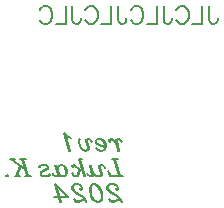
<source format=gbo>
%FSLAX46Y46*%
%MOMM*%
%ADD10C,0.150000*%
G01*
%LPD*%
G01*
%LPD*%
D10*
X37571428Y38642856D02*
X37571428Y39785716D01*
D10*
X37642856Y38428572D02*
X37571428Y38642856D01*
D10*
X37714284Y38357144D02*
X37642856Y38428572D01*
D10*
X37857144Y38285716D02*
X37714284Y38357144D01*
D10*
X38000000Y38285716D02*
X37857144Y38285716D01*
D10*
X38142856Y38357144D02*
X38000000Y38285716D01*
D10*
X38214284Y38428572D02*
X38142856Y38357144D01*
D10*
X38285712Y38642856D02*
X38214284Y38428572D01*
D10*
X38285712Y38785716D02*
X38285712Y38642856D01*
D10*
X37000000Y38285716D02*
X37000000Y39785716D01*
D10*
X36142856Y38285716D02*
X37000000Y38285716D01*
D10*
X34857144Y39571428D02*
X34785712Y39428572D01*
D10*
X35000000Y39714284D02*
X34857144Y39571428D01*
D10*
X35142856Y39785716D02*
X35000000Y39714284D01*
D10*
X35428572Y39785716D02*
X35142856Y39785716D01*
D10*
X35571428Y39714284D02*
X35428572Y39785716D01*
D10*
X35714288Y39571428D02*
X35571428Y39714284D01*
D10*
X35785712Y39428572D02*
X35714288Y39571428D01*
D10*
X35857144Y39214284D02*
X35785712Y39428572D01*
D10*
X35857144Y38857144D02*
X35857144Y39214284D01*
D10*
X35785712Y38642856D02*
X35857144Y38857144D01*
D10*
X35714288Y38500000D02*
X35785712Y38642856D01*
D10*
X35571428Y38357144D02*
X35714288Y38500000D01*
D10*
X35428572Y38285716D02*
X35571428Y38357144D01*
D10*
X35142856Y38285716D02*
X35428572Y38285716D01*
D10*
X35000000Y38357144D02*
X35142856Y38285716D01*
D10*
X34857144Y38500000D02*
X35000000Y38357144D01*
D10*
X34785712Y38642856D02*
X34857144Y38500000D01*
D10*
X33714288Y38642856D02*
X33714288Y39785716D01*
D10*
X33785712Y38428572D02*
X33714288Y38642856D01*
D10*
X33857144Y38357144D02*
X33785712Y38428572D01*
D10*
X34000000Y38285716D02*
X33857144Y38357144D01*
D10*
X34142856Y38285716D02*
X34000000Y38285716D01*
D10*
X34285712Y38357144D02*
X34142856Y38285716D01*
D10*
X34357144Y38428572D02*
X34285712Y38357144D01*
D10*
X34428572Y38642856D02*
X34357144Y38428572D01*
D10*
X34428572Y38785716D02*
X34428572Y38642856D01*
D10*
X33142856Y38285716D02*
X33142856Y39785716D01*
D10*
X32285714Y38285716D02*
X33142856Y38285716D01*
D10*
X31000000Y39571428D02*
X30928572Y39428572D01*
D10*
X31142856Y39714284D02*
X31000000Y39571428D01*
D10*
X31285714Y39785716D02*
X31142856Y39714284D01*
D10*
X31571428Y39785716D02*
X31285714Y39785716D01*
D10*
X31714286Y39714284D02*
X31571428Y39785716D01*
D10*
X31857144Y39571428D02*
X31714286Y39714284D01*
D10*
X31928572Y39428572D02*
X31857144Y39571428D01*
D10*
X32000000Y39214284D02*
X31928572Y39428572D01*
D10*
X32000000Y38857144D02*
X32000000Y39214284D01*
D10*
X31928572Y38642856D02*
X32000000Y38857144D01*
D10*
X31857144Y38500000D02*
X31928572Y38642856D01*
D10*
X31714286Y38357144D02*
X31857144Y38500000D01*
D10*
X31571428Y38285716D02*
X31714286Y38357144D01*
D10*
X31285714Y38285716D02*
X31571428Y38285716D01*
D10*
X31142856Y38357144D02*
X31285714Y38285716D01*
D10*
X31000000Y38500000D02*
X31142856Y38357144D01*
D10*
X30928572Y38642856D02*
X31000000Y38500000D01*
D10*
X29857144Y38642856D02*
X29857144Y39785716D01*
D10*
X29928572Y38428572D02*
X29857144Y38642856D01*
D10*
X30000000Y38357144D02*
X29928572Y38428572D01*
D10*
X30142856Y38285716D02*
X30000000Y38357144D01*
D10*
X30285714Y38285716D02*
X30142856Y38285716D01*
D10*
X30428572Y38357144D02*
X30285714Y38285716D01*
D10*
X30500000Y38428572D02*
X30428572Y38357144D01*
D10*
X30571428Y38642856D02*
X30500000Y38428572D01*
D10*
X30571428Y38785716D02*
X30571428Y38642856D01*
D10*
X29285714Y38285716D02*
X29285714Y39785716D01*
D10*
X28428572Y38285716D02*
X29285714Y38285716D01*
D10*
X27142856Y39571428D02*
X27071428Y39428572D01*
D10*
X27285714Y39714284D02*
X27142856Y39571428D01*
D10*
X27428572Y39785716D02*
X27285714Y39714284D01*
D10*
X27714286Y39785716D02*
X27428572Y39785716D01*
D10*
X27857144Y39714284D02*
X27714286Y39785716D01*
D10*
X28000000Y39571428D02*
X27857144Y39714284D01*
D10*
X28071428Y39428572D02*
X28000000Y39571428D01*
D10*
X28142856Y39214284D02*
X28071428Y39428572D01*
D10*
X28142856Y38857144D02*
X28142856Y39214284D01*
D10*
X28071428Y38642856D02*
X28142856Y38857144D01*
D10*
X28000000Y38500000D02*
X28071428Y38642856D01*
D10*
X27857144Y38357144D02*
X28000000Y38500000D01*
D10*
X27714286Y38285716D02*
X27857144Y38357144D01*
D10*
X27428572Y38285716D02*
X27714286Y38285716D01*
D10*
X27285714Y38357144D02*
X27428572Y38285716D01*
D10*
X27142856Y38500000D02*
X27285714Y38357144D01*
D10*
X27071428Y38642856D02*
X27142856Y38500000D01*
D10*
X26000000Y38642856D02*
X26000000Y39785716D01*
D10*
X26071428Y38428572D02*
X26000000Y38642856D01*
D10*
X26142856Y38357144D02*
X26071428Y38428572D01*
D10*
X26285714Y38285716D02*
X26142856Y38357144D01*
D10*
X26428572Y38285716D02*
X26285714Y38285716D01*
D10*
X26571428Y38357144D02*
X26428572Y38285716D01*
D10*
X26642856Y38428572D02*
X26571428Y38357144D01*
D10*
X26714286Y38642856D02*
X26642856Y38428572D01*
D10*
X26714286Y38785716D02*
X26714286Y38642856D01*
D10*
X25428572Y38285716D02*
X25428572Y39785716D01*
D10*
X24571428Y38285716D02*
X25428572Y38285716D01*
D10*
X23285714Y39571428D02*
X23214286Y39428572D01*
D10*
X23428572Y39714284D02*
X23285714Y39571428D01*
D10*
X23571428Y39785716D02*
X23428572Y39714284D01*
D10*
X23857142Y39785716D02*
X23571428Y39785716D01*
D10*
X24000000Y39714284D02*
X23857142Y39785716D01*
D10*
X24142858Y39571428D02*
X24000000Y39714284D01*
D10*
X24214286Y39428572D02*
X24142858Y39571428D01*
D10*
X24285714Y39214284D02*
X24214286Y39428572D01*
D10*
X24285714Y38857144D02*
X24285714Y39214284D01*
D10*
X24214286Y38642856D02*
X24285714Y38857144D01*
D10*
X24142858Y38500000D02*
X24214286Y38642856D01*
D10*
X24000000Y38357144D02*
X24142858Y38500000D01*
D10*
X23857142Y38285716D02*
X24000000Y38357144D01*
D10*
X23571428Y38285716D02*
X23857142Y38285716D01*
D10*
X23428572Y38357144D02*
X23571428Y38285716D01*
D10*
X23285714Y38500000D02*
X23428572Y38357144D01*
D10*
X23214286Y38642856D02*
X23285714Y38500000D01*
D10*
X30107142Y28392858D02*
X30178572Y28250000D01*
D10*
X29964286Y28535714D02*
X30107142Y28392858D01*
D10*
X29750000Y28535714D02*
X29964286Y28535714D01*
D10*
X29678572Y28464286D02*
X29750000Y28535714D01*
D10*
X29678572Y28321428D02*
X29678572Y28464286D01*
D10*
X29750000Y28035714D02*
X29678572Y28321428D01*
D10*
X29892858Y27535714D02*
X29750000Y28035714D01*
D10*
X29750000Y28464286D02*
X29821428Y28535714D01*
D10*
X29750000Y28321428D02*
X29750000Y28464286D01*
D10*
X29821428Y28035714D02*
X29750000Y28321428D01*
D10*
X29964286Y27535714D02*
X29821428Y28035714D01*
D10*
X29607142Y28321428D02*
X29750000Y28035714D01*
D10*
X29464286Y28464286D02*
X29607142Y28321428D01*
D10*
X29321428Y28535714D02*
X29464286Y28464286D01*
D10*
X29178572Y28535714D02*
X29321428Y28535714D01*
D10*
X29107142Y28464286D02*
X29178572Y28535714D01*
D10*
X29107142Y28392858D02*
X29107142Y28464286D01*
D10*
X29178572Y28321428D02*
X29107142Y28392858D01*
D10*
X29250000Y28392858D02*
X29178572Y28321428D01*
D10*
X29178572Y28464286D02*
X29250000Y28392858D01*
D10*
X28464286Y27964286D02*
X28750000Y27892858D01*
D10*
X28250000Y28035714D02*
X28464286Y27964286D01*
D10*
X28035714Y28178572D02*
X28250000Y28035714D01*
D10*
X27964286Y28321428D02*
X28035714Y28178572D01*
D10*
X28035714Y28464286D02*
X27964286Y28321428D01*
D10*
X28178572Y28535714D02*
X28035714Y28464286D01*
D10*
X28392858Y28535714D02*
X28178572Y28535714D01*
D10*
X28607142Y28464286D02*
X28392858Y28535714D01*
D10*
X28750000Y28250000D02*
X28607142Y28464286D01*
D10*
X28821428Y28035714D02*
X28750000Y28250000D01*
D10*
X28821428Y27821428D02*
X28821428Y28035714D01*
D10*
X28750000Y27678572D02*
X28821428Y27821428D01*
D10*
X28678572Y27607142D02*
X28750000Y27678572D01*
D10*
X28535714Y27535714D02*
X28678572Y27607142D01*
D10*
X28392858Y27535714D02*
X28535714Y27535714D01*
D10*
X28178572Y27607142D02*
X28392858Y27535714D01*
D10*
X28035714Y27750000D02*
X28178572Y27607142D01*
D10*
X28535714Y28464286D02*
X28392858Y28535714D01*
D10*
X28678572Y28250000D02*
X28535714Y28464286D01*
D10*
X28750000Y28035714D02*
X28678572Y28250000D01*
D10*
X28750000Y27750000D02*
X28750000Y28035714D01*
D10*
X28678572Y27607142D02*
X28750000Y27750000D01*
D10*
X27607144Y28392858D02*
X27678572Y28250000D01*
D10*
X27464286Y28535714D02*
X27607144Y28392858D01*
D10*
X27250000Y28535714D02*
X27464286Y28535714D01*
D10*
X27178572Y28464286D02*
X27250000Y28535714D01*
D10*
X27178572Y28250000D02*
X27178572Y28464286D01*
D10*
X27321428Y27821428D02*
X27178572Y28250000D01*
D10*
X27321428Y27678572D02*
X27321428Y27821428D01*
D10*
X27178572Y27535714D02*
X27321428Y27678572D01*
D10*
X27250000Y28464286D02*
X27321428Y28535714D01*
D10*
X27250000Y28250000D02*
X27250000Y28464286D01*
D10*
X27392858Y27821428D02*
X27250000Y28250000D01*
D10*
X27392858Y27678572D02*
X27392858Y27821428D01*
D10*
X27321428Y27607142D02*
X27392858Y27678572D01*
D10*
X27178572Y27535714D02*
X27321428Y27607142D01*
D10*
X27107144Y27535714D02*
X27178572Y27535714D01*
D10*
X26892858Y27607142D02*
X27107144Y27535714D01*
D10*
X26750000Y27750000D02*
X26892858Y27607142D01*
D10*
X26607144Y27964286D02*
X26750000Y27750000D01*
D10*
X26535714Y28250000D02*
X26607144Y27964286D01*
D10*
X26535714Y28535714D02*
X26535714Y28250000D01*
D10*
X26607144Y28535714D02*
X26535714Y28535714D01*
D10*
X26535714Y28392858D02*
X26607144Y28535714D01*
D10*
X25821428Y27535714D02*
X25464286Y28750000D01*
D10*
X25750000Y27535714D02*
X25321428Y29035714D01*
D10*
X25535714Y28821428D02*
X25321428Y29035714D01*
D10*
X25750000Y28678572D02*
X25535714Y28821428D01*
D10*
X25892856Y28607142D02*
X25750000Y28678572D01*
D10*
X25678572Y28678572D02*
X25392856Y28821428D01*
D10*
X25892856Y28607142D02*
X25678572Y28678572D01*
D10*
X30035714Y25360714D02*
X29607142Y26860714D01*
D10*
X29964286Y25360714D02*
X29535714Y26860714D01*
D10*
X29321428Y26860714D02*
X29821428Y26860714D01*
D10*
X29178572Y25360714D02*
X30250000Y25360714D01*
D10*
X29035714Y25789286D02*
X29178572Y25360714D01*
D10*
X29250000Y25360714D02*
X29035714Y25789286D01*
D10*
X28678572Y26217858D02*
X28750000Y26075000D01*
D10*
X28535714Y26360714D02*
X28678572Y26217858D01*
D10*
X28321428Y26360714D02*
X28535714Y26360714D01*
D10*
X28250000Y26289286D02*
X28321428Y26360714D01*
D10*
X28250000Y26075000D02*
X28250000Y26289286D01*
D10*
X28392858Y25646428D02*
X28250000Y26075000D01*
D10*
X28392858Y25503572D02*
X28392858Y25646428D01*
D10*
X28250000Y25360714D02*
X28392858Y25503572D01*
D10*
X28321428Y26289286D02*
X28392858Y26360714D01*
D10*
X28321428Y26075000D02*
X28321428Y26289286D01*
D10*
X28464286Y25646428D02*
X28321428Y26075000D01*
D10*
X28464286Y25503572D02*
X28464286Y25646428D01*
D10*
X28392858Y25432142D02*
X28464286Y25503572D01*
D10*
X28250000Y25360714D02*
X28392858Y25432142D01*
D10*
X28107144Y25360714D02*
X28250000Y25360714D01*
D10*
X27964286Y25432142D02*
X28107144Y25360714D01*
D10*
X27821428Y25575000D02*
X27964286Y25432142D01*
D10*
X27678572Y25860714D02*
X27821428Y25575000D01*
D10*
X27678572Y25860714D02*
X27535714Y26360714D01*
D10*
X27750000Y25575000D02*
X27678572Y25860714D01*
D10*
X27750000Y25432142D02*
X27750000Y25575000D01*
D10*
X27678572Y25360714D02*
X27750000Y25432142D01*
D10*
X27464286Y25360714D02*
X27678572Y25360714D01*
D10*
X27321428Y25503572D02*
X27464286Y25360714D01*
D10*
X27250000Y25646428D02*
X27321428Y25503572D01*
D10*
X27607144Y25860714D02*
X27464286Y26360714D01*
D10*
X27678572Y25575000D02*
X27607144Y25860714D01*
D10*
X27678572Y25432142D02*
X27678572Y25575000D01*
D10*
X27607144Y25360714D02*
X27678572Y25432142D01*
D10*
X27035714Y25360714D02*
X26607144Y26860714D01*
D10*
X26964286Y25360714D02*
X26535714Y26860714D01*
D10*
X26107144Y26217858D02*
X26035714Y26289286D01*
D10*
X26035714Y26146428D02*
X26107144Y26217858D01*
D10*
X25964286Y26217858D02*
X26035714Y26146428D01*
D10*
X25964286Y26289286D02*
X25964286Y26217858D01*
D10*
X26035714Y26360714D02*
X25964286Y26289286D01*
D10*
X26107144Y26360714D02*
X26035714Y26360714D01*
D10*
X26250000Y26289286D02*
X26107144Y26360714D01*
D10*
X26535714Y26003572D02*
X26250000Y26289286D01*
D10*
X26678572Y25932142D02*
X26535714Y26003572D01*
D10*
X26821428Y25932142D02*
X26678572Y25932142D01*
D10*
X26535714Y25860714D02*
X26678572Y25932142D01*
D10*
X26392858Y25432142D02*
X26535714Y25860714D01*
D10*
X26321428Y25360714D02*
X26392858Y25432142D01*
D10*
X26607144Y25860714D02*
X26678572Y25932142D01*
D10*
X26464286Y25432142D02*
X26607144Y25860714D01*
D10*
X26392858Y25360714D02*
X26464286Y25432142D01*
D10*
X26250000Y25360714D02*
X26392858Y25360714D01*
D10*
X26107144Y25432142D02*
X26250000Y25360714D01*
D10*
X25964286Y25646428D02*
X26107144Y25432142D01*
D10*
X26535714Y26860714D02*
X26821428Y26860714D01*
D10*
X24750000Y25860714D02*
X24607144Y26360714D01*
D10*
X24821428Y25575000D02*
X24750000Y25860714D01*
D10*
X24821428Y25432142D02*
X24821428Y25575000D01*
D10*
X24750000Y25360714D02*
X24821428Y25432142D01*
D10*
X24535714Y25360714D02*
X24750000Y25360714D01*
D10*
X24392856Y25503572D02*
X24535714Y25360714D01*
D10*
X24321428Y25646428D02*
X24392856Y25503572D01*
D10*
X24678572Y25860714D02*
X24535714Y26360714D01*
D10*
X24750000Y25575000D02*
X24678572Y25860714D01*
D10*
X24750000Y25432142D02*
X24750000Y25575000D01*
D10*
X24678572Y25360714D02*
X24750000Y25432142D01*
D10*
X24750000Y26075000D02*
X24750000Y25860714D01*
D10*
X24821428Y26289286D02*
X24750000Y26075000D01*
D10*
X24964286Y26360714D02*
X24821428Y26289286D01*
D10*
X25107144Y26360714D02*
X24964286Y26360714D01*
D10*
X25321428Y26289286D02*
X25107144Y26360714D01*
D10*
X25464286Y26075000D02*
X25321428Y26289286D01*
D10*
X25535714Y25860714D02*
X25464286Y26075000D01*
D10*
X25535714Y25646428D02*
X25535714Y25860714D01*
D10*
X25464286Y25503572D02*
X25535714Y25646428D01*
D10*
X25392856Y25432142D02*
X25464286Y25503572D01*
D10*
X25250000Y25360714D02*
X25392856Y25432142D01*
D10*
X25107144Y25360714D02*
X25250000Y25360714D01*
D10*
X24964286Y25432142D02*
X25107144Y25360714D01*
D10*
X24821428Y25646428D02*
X24964286Y25432142D01*
D10*
X24750000Y25860714D02*
X24821428Y25646428D01*
D10*
X25250000Y26289286D02*
X25107144Y26360714D01*
D10*
X25392856Y26075000D02*
X25250000Y26289286D01*
D10*
X25464286Y25860714D02*
X25392856Y26075000D01*
D10*
X25464286Y25575000D02*
X25464286Y25860714D01*
D10*
X25392856Y25432142D02*
X25464286Y25575000D01*
D10*
X23250000Y26146428D02*
X23250000Y26217858D01*
D10*
X23178572Y26146428D02*
X23250000Y26146428D01*
D10*
X23178572Y26217858D02*
X23178572Y26146428D01*
D10*
X23250000Y26289286D02*
X23178572Y26217858D01*
D10*
X23464286Y26360714D02*
X23250000Y26289286D01*
D10*
X23678572Y26360714D02*
X23464286Y26360714D01*
D10*
X23892856Y26289286D02*
X23678572Y26360714D01*
D10*
X23964286Y26217858D02*
X23892856Y26289286D01*
D10*
X23964286Y26075000D02*
X23964286Y26217858D01*
D10*
X23892856Y26003572D02*
X23964286Y26075000D01*
D10*
X23392856Y25717858D02*
X23892856Y26003572D01*
D10*
X23321428Y25646428D02*
X23392856Y25717858D01*
D10*
X23892856Y26075000D02*
X23964286Y26146428D01*
D10*
X23392856Y25789286D02*
X23892856Y26075000D01*
D10*
X23321428Y25717858D02*
X23392856Y25789286D01*
D10*
X23321428Y25503572D02*
X23321428Y25717858D01*
D10*
X23392856Y25432142D02*
X23321428Y25503572D01*
D10*
X23607144Y25360714D02*
X23392856Y25432142D01*
D10*
X23821428Y25360714D02*
X23607144Y25360714D01*
D10*
X24035714Y25432142D02*
X23821428Y25360714D01*
D10*
X24107144Y25503572D02*
X24035714Y25432142D01*
D10*
X24107144Y25575000D02*
X24107144Y25503572D01*
D10*
X24035714Y25575000D02*
X24107144Y25575000D01*
D10*
X24035714Y25503572D02*
X24035714Y25575000D01*
D10*
X22250000Y25360714D02*
X21821428Y26860714D01*
D10*
X22178572Y25360714D02*
X21750000Y26860714D01*
D10*
X22035714Y25932142D02*
X20821428Y26860714D01*
D10*
X21250000Y25360714D02*
X21535714Y26217858D01*
D10*
X21321428Y25360714D02*
X21607144Y26217858D01*
D10*
X21535714Y26860714D02*
X22035714Y26860714D01*
D10*
X20678572Y26860714D02*
X21107144Y26860714D01*
D10*
X21964286Y25360714D02*
X22464286Y25360714D01*
D10*
X21107144Y25360714D02*
X21535714Y25360714D01*
D10*
X20535714Y25432142D02*
X20464286Y25503572D01*
D10*
X20464286Y25360714D02*
X20535714Y25432142D01*
D10*
X20392856Y25432142D02*
X20464286Y25360714D01*
D10*
X20464286Y25503572D02*
X20392856Y25432142D01*
D10*
X29678572Y24328572D02*
X29750000Y24400000D01*
D10*
X29750000Y24257142D02*
X29678572Y24328572D01*
D10*
X29821428Y24328572D02*
X29750000Y24257142D01*
D10*
X29821428Y24400000D02*
X29821428Y24328572D01*
D10*
X29750000Y24542858D02*
X29821428Y24400000D01*
D10*
X29678572Y24614286D02*
X29750000Y24542858D01*
D10*
X29464286Y24685714D02*
X29678572Y24614286D01*
D10*
X29250000Y24685714D02*
X29464286Y24685714D01*
D10*
X29035714Y24614286D02*
X29250000Y24685714D01*
D10*
X28964286Y24471428D02*
X29035714Y24614286D01*
D10*
X28964286Y24328572D02*
X28964286Y24471428D01*
D10*
X29035714Y24185714D02*
X28964286Y24328572D01*
D10*
X29178572Y24042858D02*
X29035714Y24185714D01*
D10*
X29392858Y23900000D02*
X29178572Y24042858D01*
D10*
X29678572Y23757142D02*
X29392858Y23900000D01*
D10*
X29892858Y23614286D02*
X29678572Y23757142D01*
D10*
X30035714Y23471428D02*
X29892858Y23614286D01*
D10*
X30178572Y23185714D02*
X30035714Y23471428D01*
D10*
X29107142Y24614286D02*
X29250000Y24685714D01*
D10*
X29035714Y24471428D02*
X29107142Y24614286D01*
D10*
X29035714Y24328572D02*
X29035714Y24471428D01*
D10*
X29107142Y24185714D02*
X29035714Y24328572D01*
D10*
X29250000Y24042858D02*
X29107142Y24185714D01*
D10*
X29678572Y23757142D02*
X29250000Y24042858D01*
D10*
X30035714Y23400000D02*
X30107142Y23328572D01*
D10*
X29892858Y23400000D02*
X30035714Y23400000D01*
D10*
X29535714Y23257142D02*
X29892858Y23400000D01*
D10*
X29321428Y23257142D02*
X29535714Y23257142D01*
D10*
X29178572Y23328572D02*
X29321428Y23257142D01*
D10*
X29107142Y23471428D02*
X29178572Y23328572D01*
D10*
X29535714Y23185714D02*
X29892858Y23400000D01*
D10*
X29321428Y23185714D02*
X29535714Y23185714D01*
D10*
X29178572Y23257142D02*
X29321428Y23185714D01*
D10*
X29107142Y23471428D02*
X29178572Y23257142D01*
D10*
X28107144Y24614286D02*
X27892858Y24685714D01*
D10*
X28250000Y24471428D02*
X28107144Y24614286D01*
D10*
X28392858Y24257142D02*
X28250000Y24471428D01*
D10*
X28464286Y24042858D02*
X28392858Y24257142D01*
D10*
X28535714Y23757142D02*
X28464286Y24042858D01*
D10*
X28535714Y23542858D02*
X28535714Y23757142D01*
D10*
X28464286Y23328572D02*
X28535714Y23542858D01*
D10*
X28392858Y23257142D02*
X28464286Y23328572D01*
D10*
X28250000Y23185714D02*
X28392858Y23257142D01*
D10*
X28107144Y23185714D02*
X28250000Y23185714D01*
D10*
X27892858Y23257142D02*
X28107144Y23185714D01*
D10*
X27750000Y23400000D02*
X27892858Y23257142D01*
D10*
X27607144Y23614286D02*
X27750000Y23400000D01*
D10*
X27535714Y23828572D02*
X27607144Y23614286D01*
D10*
X27464286Y24114286D02*
X27535714Y23828572D01*
D10*
X27464286Y24328572D02*
X27464286Y24114286D01*
D10*
X27535714Y24542858D02*
X27464286Y24328572D01*
D10*
X27607144Y24614286D02*
X27535714Y24542858D01*
D10*
X27750000Y24685714D02*
X27607144Y24614286D01*
D10*
X27892858Y24685714D02*
X27750000Y24685714D01*
D10*
X28035714Y24614286D02*
X27892858Y24685714D01*
D10*
X28178572Y24471428D02*
X28035714Y24614286D01*
D10*
X28321428Y24257142D02*
X28178572Y24471428D01*
D10*
X28392858Y24042858D02*
X28321428Y24257142D01*
D10*
X28464286Y23757142D02*
X28392858Y24042858D01*
D10*
X28464286Y23542858D02*
X28464286Y23757142D01*
D10*
X28392858Y23328572D02*
X28464286Y23542858D01*
D10*
X28250000Y23185714D02*
X28392858Y23328572D01*
D10*
X27964286Y23257142D02*
X28107144Y23185714D01*
D10*
X27821428Y23400000D02*
X27964286Y23257142D01*
D10*
X27678572Y23614286D02*
X27821428Y23400000D01*
D10*
X27607144Y23828572D02*
X27678572Y23614286D01*
D10*
X27535714Y24114286D02*
X27607144Y23828572D01*
D10*
X27535714Y24328572D02*
X27535714Y24114286D01*
D10*
X27607144Y24542858D02*
X27535714Y24328572D01*
D10*
X27750000Y24685714D02*
X27607144Y24542858D01*
D10*
X26678572Y24328572D02*
X26750000Y24400000D01*
D10*
X26750000Y24257142D02*
X26678572Y24328572D01*
D10*
X26821428Y24328572D02*
X26750000Y24257142D01*
D10*
X26821428Y24400000D02*
X26821428Y24328572D01*
D10*
X26750000Y24542858D02*
X26821428Y24400000D01*
D10*
X26678572Y24614286D02*
X26750000Y24542858D01*
D10*
X26464286Y24685714D02*
X26678572Y24614286D01*
D10*
X26250000Y24685714D02*
X26464286Y24685714D01*
D10*
X26035714Y24614286D02*
X26250000Y24685714D01*
D10*
X25964286Y24471428D02*
X26035714Y24614286D01*
D10*
X25964286Y24328572D02*
X25964286Y24471428D01*
D10*
X26035714Y24185714D02*
X25964286Y24328572D01*
D10*
X26178572Y24042858D02*
X26035714Y24185714D01*
D10*
X26392858Y23900000D02*
X26178572Y24042858D01*
D10*
X26678572Y23757142D02*
X26392858Y23900000D01*
D10*
X26892858Y23614286D02*
X26678572Y23757142D01*
D10*
X27035714Y23471428D02*
X26892858Y23614286D01*
D10*
X27178572Y23185714D02*
X27035714Y23471428D01*
D10*
X26107144Y24614286D02*
X26250000Y24685714D01*
D10*
X26035714Y24471428D02*
X26107144Y24614286D01*
D10*
X26035714Y24328572D02*
X26035714Y24471428D01*
D10*
X26107144Y24185714D02*
X26035714Y24328572D01*
D10*
X26250000Y24042858D02*
X26107144Y24185714D01*
D10*
X26678572Y23757142D02*
X26250000Y24042858D01*
D10*
X27035714Y23400000D02*
X27107144Y23328572D01*
D10*
X26892858Y23400000D02*
X27035714Y23400000D01*
D10*
X26535714Y23257142D02*
X26892858Y23400000D01*
D10*
X26321428Y23257142D02*
X26535714Y23257142D01*
D10*
X26178572Y23328572D02*
X26321428Y23257142D01*
D10*
X26107144Y23471428D02*
X26178572Y23328572D01*
D10*
X26535714Y23185714D02*
X26892858Y23400000D01*
D10*
X26321428Y23185714D02*
X26535714Y23185714D01*
D10*
X26178572Y23257142D02*
X26321428Y23185714D01*
D10*
X26107144Y23471428D02*
X26178572Y23257142D01*
D10*
X25035714Y23185714D02*
X24607144Y24614286D01*
D10*
X24964286Y23185714D02*
X24535714Y24685714D01*
D10*
X25607144Y23614286D02*
X24535714Y24685714D01*
D10*
X24464286Y23614286D02*
X25607144Y23614286D01*
G75*
M02*

</source>
